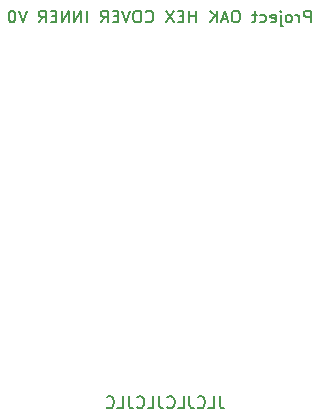
<source format=gbr>
%TF.GenerationSoftware,KiCad,Pcbnew,(5.1.6)-1*%
%TF.CreationDate,2025-07-06T20:48:39+05:30*%
%TF.ProjectId,Project_OAK_HEX_COVER_INNER_V0,50726f6a-6563-4745-9f4f-414b5f484558,A*%
%TF.SameCoordinates,Original*%
%TF.FileFunction,Legend,Bot*%
%TF.FilePolarity,Positive*%
%FSLAX46Y46*%
G04 Gerber Fmt 4.6, Leading zero omitted, Abs format (unit mm)*
G04 Created by KiCad (PCBNEW (5.1.6)-1) date 2025-07-06 20:48:39*
%MOMM*%
%LPD*%
G01*
G04 APERTURE LIST*
%ADD10C,0.150000*%
%ADD11C,0.160000*%
G04 APERTURE END LIST*
D10*
X75142147Y-110132880D02*
X75142147Y-110847166D01*
X75189766Y-110990023D01*
X75285004Y-111085261D01*
X75427861Y-111132880D01*
X75523100Y-111132880D01*
X74189766Y-111132880D02*
X74665957Y-111132880D01*
X74665957Y-110132880D01*
X73285004Y-111037642D02*
X73332623Y-111085261D01*
X73475480Y-111132880D01*
X73570719Y-111132880D01*
X73713576Y-111085261D01*
X73808814Y-110990023D01*
X73856433Y-110894785D01*
X73904052Y-110704309D01*
X73904052Y-110561452D01*
X73856433Y-110370976D01*
X73808814Y-110275738D01*
X73713576Y-110180500D01*
X73570719Y-110132880D01*
X73475480Y-110132880D01*
X73332623Y-110180500D01*
X73285004Y-110228119D01*
X72570719Y-110132880D02*
X72570719Y-110847166D01*
X72618338Y-110990023D01*
X72713576Y-111085261D01*
X72856433Y-111132880D01*
X72951671Y-111132880D01*
X71618338Y-111132880D02*
X72094528Y-111132880D01*
X72094528Y-110132880D01*
X70713576Y-111037642D02*
X70761195Y-111085261D01*
X70904052Y-111132880D01*
X70999290Y-111132880D01*
X71142147Y-111085261D01*
X71237385Y-110990023D01*
X71285004Y-110894785D01*
X71332623Y-110704309D01*
X71332623Y-110561452D01*
X71285004Y-110370976D01*
X71237385Y-110275738D01*
X71142147Y-110180500D01*
X70999290Y-110132880D01*
X70904052Y-110132880D01*
X70761195Y-110180500D01*
X70713576Y-110228119D01*
X69999290Y-110132880D02*
X69999290Y-110847166D01*
X70046909Y-110990023D01*
X70142147Y-111085261D01*
X70285004Y-111132880D01*
X70380242Y-111132880D01*
X69046909Y-111132880D02*
X69523100Y-111132880D01*
X69523100Y-110132880D01*
X68142147Y-111037642D02*
X68189766Y-111085261D01*
X68332623Y-111132880D01*
X68427861Y-111132880D01*
X68570719Y-111085261D01*
X68665957Y-110990023D01*
X68713576Y-110894785D01*
X68761195Y-110704309D01*
X68761195Y-110561452D01*
X68713576Y-110370976D01*
X68665957Y-110275738D01*
X68570719Y-110180500D01*
X68427861Y-110132880D01*
X68332623Y-110132880D01*
X68189766Y-110180500D01*
X68142147Y-110228119D01*
X67427861Y-110132880D02*
X67427861Y-110847166D01*
X67475480Y-110990023D01*
X67570719Y-111085261D01*
X67713576Y-111132880D01*
X67808814Y-111132880D01*
X66475480Y-111132880D02*
X66951671Y-111132880D01*
X66951671Y-110132880D01*
X65570719Y-111037642D02*
X65618338Y-111085261D01*
X65761195Y-111132880D01*
X65856433Y-111132880D01*
X65999290Y-111085261D01*
X66094528Y-110990023D01*
X66142147Y-110894785D01*
X66189766Y-110704309D01*
X66189766Y-110561452D01*
X66142147Y-110370976D01*
X66094528Y-110275738D01*
X65999290Y-110180500D01*
X65856433Y-110132880D01*
X65761195Y-110132880D01*
X65618338Y-110180500D01*
X65570719Y-110228119D01*
D11*
X82840504Y-78481180D02*
X82840504Y-77481180D01*
X82459552Y-77481180D01*
X82364314Y-77528800D01*
X82316695Y-77576419D01*
X82269076Y-77671657D01*
X82269076Y-77814514D01*
X82316695Y-77909752D01*
X82364314Y-77957371D01*
X82459552Y-78004990D01*
X82840504Y-78004990D01*
X81840504Y-78481180D02*
X81840504Y-77814514D01*
X81840504Y-78004990D02*
X81792885Y-77909752D01*
X81745266Y-77862133D01*
X81650028Y-77814514D01*
X81554790Y-77814514D01*
X81078600Y-78481180D02*
X81173838Y-78433561D01*
X81221457Y-78385942D01*
X81269076Y-78290704D01*
X81269076Y-78004990D01*
X81221457Y-77909752D01*
X81173838Y-77862133D01*
X81078600Y-77814514D01*
X80935742Y-77814514D01*
X80840504Y-77862133D01*
X80792885Y-77909752D01*
X80745266Y-78004990D01*
X80745266Y-78290704D01*
X80792885Y-78385942D01*
X80840504Y-78433561D01*
X80935742Y-78481180D01*
X81078600Y-78481180D01*
X80316695Y-77814514D02*
X80316695Y-78671657D01*
X80364314Y-78766895D01*
X80459552Y-78814514D01*
X80507171Y-78814514D01*
X80316695Y-77481180D02*
X80364314Y-77528800D01*
X80316695Y-77576419D01*
X80269076Y-77528800D01*
X80316695Y-77481180D01*
X80316695Y-77576419D01*
X79459552Y-78433561D02*
X79554790Y-78481180D01*
X79745266Y-78481180D01*
X79840504Y-78433561D01*
X79888123Y-78338323D01*
X79888123Y-77957371D01*
X79840504Y-77862133D01*
X79745266Y-77814514D01*
X79554790Y-77814514D01*
X79459552Y-77862133D01*
X79411933Y-77957371D01*
X79411933Y-78052609D01*
X79888123Y-78147847D01*
X78554790Y-78433561D02*
X78650028Y-78481180D01*
X78840504Y-78481180D01*
X78935742Y-78433561D01*
X78983361Y-78385942D01*
X79030980Y-78290704D01*
X79030980Y-78004990D01*
X78983361Y-77909752D01*
X78935742Y-77862133D01*
X78840504Y-77814514D01*
X78650028Y-77814514D01*
X78554790Y-77862133D01*
X78269076Y-77814514D02*
X77888123Y-77814514D01*
X78126219Y-77481180D02*
X78126219Y-78338323D01*
X78078600Y-78433561D01*
X77983361Y-78481180D01*
X77888123Y-78481180D01*
X76602409Y-77481180D02*
X76411933Y-77481180D01*
X76316695Y-77528800D01*
X76221457Y-77624038D01*
X76173838Y-77814514D01*
X76173838Y-78147847D01*
X76221457Y-78338323D01*
X76316695Y-78433561D01*
X76411933Y-78481180D01*
X76602409Y-78481180D01*
X76697647Y-78433561D01*
X76792885Y-78338323D01*
X76840504Y-78147847D01*
X76840504Y-77814514D01*
X76792885Y-77624038D01*
X76697647Y-77528800D01*
X76602409Y-77481180D01*
X75792885Y-78195466D02*
X75316695Y-78195466D01*
X75888123Y-78481180D02*
X75554790Y-77481180D01*
X75221457Y-78481180D01*
X74888123Y-78481180D02*
X74888123Y-77481180D01*
X74316695Y-78481180D02*
X74745266Y-77909752D01*
X74316695Y-77481180D02*
X74888123Y-78052609D01*
X73126219Y-78481180D02*
X73126219Y-77481180D01*
X73126219Y-77957371D02*
X72554790Y-77957371D01*
X72554790Y-78481180D02*
X72554790Y-77481180D01*
X72078600Y-77957371D02*
X71745266Y-77957371D01*
X71602409Y-78481180D02*
X72078600Y-78481180D01*
X72078600Y-77481180D01*
X71602409Y-77481180D01*
X71269076Y-77481180D02*
X70602409Y-78481180D01*
X70602409Y-77481180D02*
X71269076Y-78481180D01*
X68888123Y-78385942D02*
X68935742Y-78433561D01*
X69078600Y-78481180D01*
X69173838Y-78481180D01*
X69316695Y-78433561D01*
X69411933Y-78338323D01*
X69459552Y-78243085D01*
X69507171Y-78052609D01*
X69507171Y-77909752D01*
X69459552Y-77719276D01*
X69411933Y-77624038D01*
X69316695Y-77528800D01*
X69173838Y-77481180D01*
X69078600Y-77481180D01*
X68935742Y-77528800D01*
X68888123Y-77576419D01*
X68269076Y-77481180D02*
X68078600Y-77481180D01*
X67983361Y-77528800D01*
X67888123Y-77624038D01*
X67840504Y-77814514D01*
X67840504Y-78147847D01*
X67888123Y-78338323D01*
X67983361Y-78433561D01*
X68078600Y-78481180D01*
X68269076Y-78481180D01*
X68364314Y-78433561D01*
X68459552Y-78338323D01*
X68507171Y-78147847D01*
X68507171Y-77814514D01*
X68459552Y-77624038D01*
X68364314Y-77528800D01*
X68269076Y-77481180D01*
X67554790Y-77481180D02*
X67221457Y-78481180D01*
X66888123Y-77481180D01*
X66554790Y-77957371D02*
X66221457Y-77957371D01*
X66078600Y-78481180D02*
X66554790Y-78481180D01*
X66554790Y-77481180D01*
X66078600Y-77481180D01*
X65078600Y-78481180D02*
X65411933Y-78004990D01*
X65650028Y-78481180D02*
X65650028Y-77481180D01*
X65269076Y-77481180D01*
X65173838Y-77528800D01*
X65126219Y-77576419D01*
X65078600Y-77671657D01*
X65078600Y-77814514D01*
X65126219Y-77909752D01*
X65173838Y-77957371D01*
X65269076Y-78004990D01*
X65650028Y-78004990D01*
X63888123Y-78481180D02*
X63888123Y-77481180D01*
X63411933Y-78481180D02*
X63411933Y-77481180D01*
X62840504Y-78481180D01*
X62840504Y-77481180D01*
X62364314Y-78481180D02*
X62364314Y-77481180D01*
X61792885Y-78481180D01*
X61792885Y-77481180D01*
X61316695Y-77957371D02*
X60983361Y-77957371D01*
X60840504Y-78481180D02*
X61316695Y-78481180D01*
X61316695Y-77481180D01*
X60840504Y-77481180D01*
X59840504Y-78481180D02*
X60173838Y-78004990D01*
X60411933Y-78481180D02*
X60411933Y-77481180D01*
X60030980Y-77481180D01*
X59935742Y-77528800D01*
X59888123Y-77576419D01*
X59840504Y-77671657D01*
X59840504Y-77814514D01*
X59888123Y-77909752D01*
X59935742Y-77957371D01*
X60030980Y-78004990D01*
X60411933Y-78004990D01*
X58792885Y-77481180D02*
X58459552Y-78481180D01*
X58126219Y-77481180D01*
X57602409Y-77481180D02*
X57507171Y-77481180D01*
X57411933Y-77528800D01*
X57364314Y-77576419D01*
X57316695Y-77671657D01*
X57269076Y-77862133D01*
X57269076Y-78100228D01*
X57316695Y-78290704D01*
X57364314Y-78385942D01*
X57411933Y-78433561D01*
X57507171Y-78481180D01*
X57602409Y-78481180D01*
X57697647Y-78433561D01*
X57745266Y-78385942D01*
X57792885Y-78290704D01*
X57840504Y-78100228D01*
X57840504Y-77862133D01*
X57792885Y-77671657D01*
X57745266Y-77576419D01*
X57697647Y-77528800D01*
X57602409Y-77481180D01*
M02*

</source>
